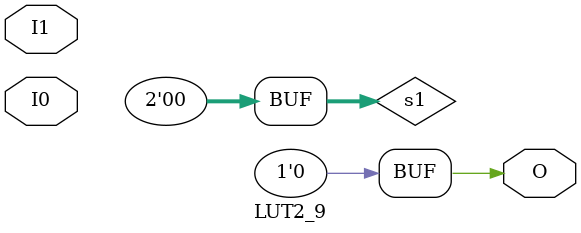
<source format=v>
module LUT2_9(output O, input I0, I1);
  parameter [3:0] INIT = 0;
  wire [ 1: 0] s1 = I1 ? INIT[ 3: 2] : INIT[ 1: 0];
  assign O = I0 ? s1[1] : s1[0];
endmodule
</source>
